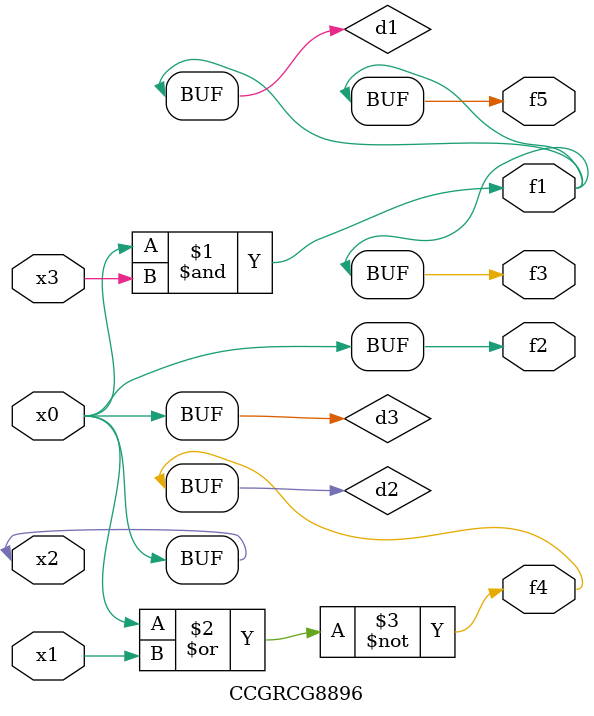
<source format=v>
module CCGRCG8896(
	input x0, x1, x2, x3,
	output f1, f2, f3, f4, f5
);

	wire d1, d2, d3;

	and (d1, x2, x3);
	nor (d2, x0, x1);
	buf (d3, x0, x2);
	assign f1 = d1;
	assign f2 = d3;
	assign f3 = d1;
	assign f4 = d2;
	assign f5 = d1;
endmodule

</source>
